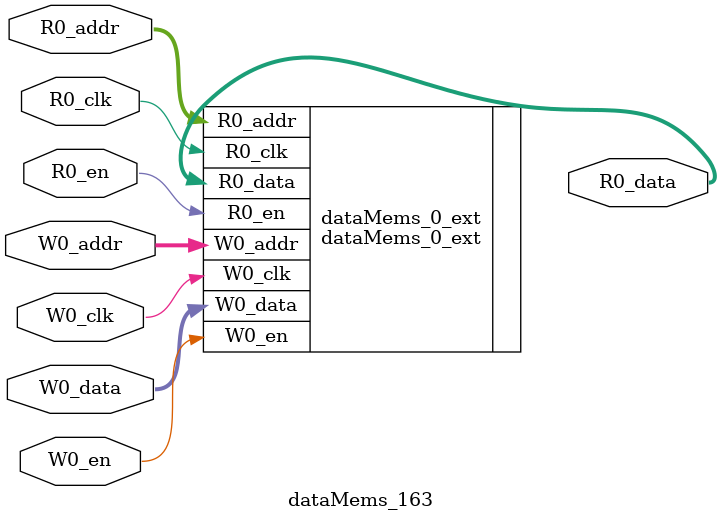
<source format=sv>
`ifndef RANDOMIZE
  `ifdef RANDOMIZE_REG_INIT
    `define RANDOMIZE
  `endif // RANDOMIZE_REG_INIT
`endif // not def RANDOMIZE
`ifndef RANDOMIZE
  `ifdef RANDOMIZE_MEM_INIT
    `define RANDOMIZE
  `endif // RANDOMIZE_MEM_INIT
`endif // not def RANDOMIZE

`ifndef RANDOM
  `define RANDOM $random
`endif // not def RANDOM

// Users can define 'PRINTF_COND' to add an extra gate to prints.
`ifndef PRINTF_COND_
  `ifdef PRINTF_COND
    `define PRINTF_COND_ (`PRINTF_COND)
  `else  // PRINTF_COND
    `define PRINTF_COND_ 1
  `endif // PRINTF_COND
`endif // not def PRINTF_COND_

// Users can define 'ASSERT_VERBOSE_COND' to add an extra gate to assert error printing.
`ifndef ASSERT_VERBOSE_COND_
  `ifdef ASSERT_VERBOSE_COND
    `define ASSERT_VERBOSE_COND_ (`ASSERT_VERBOSE_COND)
  `else  // ASSERT_VERBOSE_COND
    `define ASSERT_VERBOSE_COND_ 1
  `endif // ASSERT_VERBOSE_COND
`endif // not def ASSERT_VERBOSE_COND_

// Users can define 'STOP_COND' to add an extra gate to stop conditions.
`ifndef STOP_COND_
  `ifdef STOP_COND
    `define STOP_COND_ (`STOP_COND)
  `else  // STOP_COND
    `define STOP_COND_ 1
  `endif // STOP_COND
`endif // not def STOP_COND_

// Users can define INIT_RANDOM as general code that gets injected into the
// initializer block for modules with registers.
`ifndef INIT_RANDOM
  `define INIT_RANDOM
`endif // not def INIT_RANDOM

// If using random initialization, you can also define RANDOMIZE_DELAY to
// customize the delay used, otherwise 0.002 is used.
`ifndef RANDOMIZE_DELAY
  `define RANDOMIZE_DELAY 0.002
`endif // not def RANDOMIZE_DELAY

// Define INIT_RANDOM_PROLOG_ for use in our modules below.
`ifndef INIT_RANDOM_PROLOG_
  `ifdef RANDOMIZE
    `ifdef VERILATOR
      `define INIT_RANDOM_PROLOG_ `INIT_RANDOM
    `else  // VERILATOR
      `define INIT_RANDOM_PROLOG_ `INIT_RANDOM #`RANDOMIZE_DELAY begin end
    `endif // VERILATOR
  `else  // RANDOMIZE
    `define INIT_RANDOM_PROLOG_
  `endif // RANDOMIZE
`endif // not def INIT_RANDOM_PROLOG_

// Include register initializers in init blocks unless synthesis is set
`ifndef SYNTHESIS
  `ifndef ENABLE_INITIAL_REG_
    `define ENABLE_INITIAL_REG_
  `endif // not def ENABLE_INITIAL_REG_
`endif // not def SYNTHESIS

// Include rmemory initializers in init blocks unless synthesis is set
`ifndef SYNTHESIS
  `ifndef ENABLE_INITIAL_MEM_
    `define ENABLE_INITIAL_MEM_
  `endif // not def ENABLE_INITIAL_MEM_
`endif // not def SYNTHESIS

module dataMems_163(	// @[generators/ara/src/main/scala/UnsafeAXI4ToTL.scala:365:62]
  input  [4:0]  R0_addr,
  input         R0_en,
  input         R0_clk,
  output [66:0] R0_data,
  input  [4:0]  W0_addr,
  input         W0_en,
  input         W0_clk,
  input  [66:0] W0_data
);

  dataMems_0_ext dataMems_0_ext (	// @[generators/ara/src/main/scala/UnsafeAXI4ToTL.scala:365:62]
    .R0_addr (R0_addr),
    .R0_en   (R0_en),
    .R0_clk  (R0_clk),
    .R0_data (R0_data),
    .W0_addr (W0_addr),
    .W0_en   (W0_en),
    .W0_clk  (W0_clk),
    .W0_data (W0_data)
  );
endmodule


</source>
